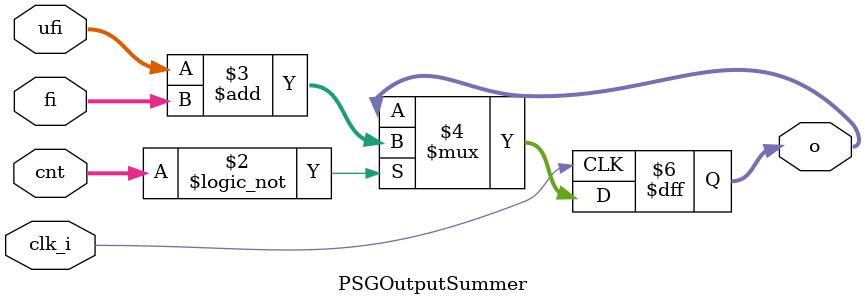
<source format=v>
/* ============================================================================
	(C) 2007  Robert Finch
	All rights reserved.
	rob@birdcomputer.ca

	bcPSGOutputSummer.v 
		Sum the filtered and unfiltered output.

    This source code is available for evaluation and validation purposes
    only. This copyright statement and disclaimer must remain present in
    the file.


	NO WARRANTY.
    THIS Work, IS PROVIDEDED "AS IS" WITH NO WARRANTIES OF ANY KIND, WHETHER
    EXPRESS OR IMPLIED. The user must assume the entire risk of using the
    Work.

    IN NO EVENT SHALL THE AUTHOR OR CONTRIBUTORS BE LIABLE FOR ANY
    INCIDENTAL, CONSEQUENTIAL, OR PUNITIVE DAMAGES WHATSOEVER RELATING TO
    THE USE OF THIS WORK, OR YOUR RELATIONSHIP WITH THE AUTHOR.

    IN ADDITION, IN NO EVENT DOES THE AUTHOR AUTHORIZE YOU TO USE THE WORK
    IN APPLICATIONS OR SYSTEMS WHERE THE WORK'S FAILURE TO PERFORM CAN
    REASONABLY BE EXPECTED TO RESULT IN A SIGNIFICANT PHYSICAL INJURY, OR IN
    LOSS OF LIFE. ANY SUCH USE BY YOU IS ENTIRELY AT YOUR OWN RISK, AND YOU
    AGREE TO HOLD THE AUTHOR AND CONTRIBUTORS HARMLESS FROM ANY CLAIMS OR
    LOSSES RELATING TO SUCH UNAUTHORIZED USE.
	
============================================================================ */

module PSGOutputSummer(clk_i, cnt, ufi, fi, o);
input clk_i;		// master clock
input [7:0] cnt;	// clock divider
input [21:0] ufi;	// unfiltered audio input
input [21:0] fi;	// filtered audio input
output [21:0] o;	// summed output
reg [21:0] o;

always @(posedge clk_i)
	if (cnt==8'd0)
		o <= ufi + fi;

endmodule

</source>
